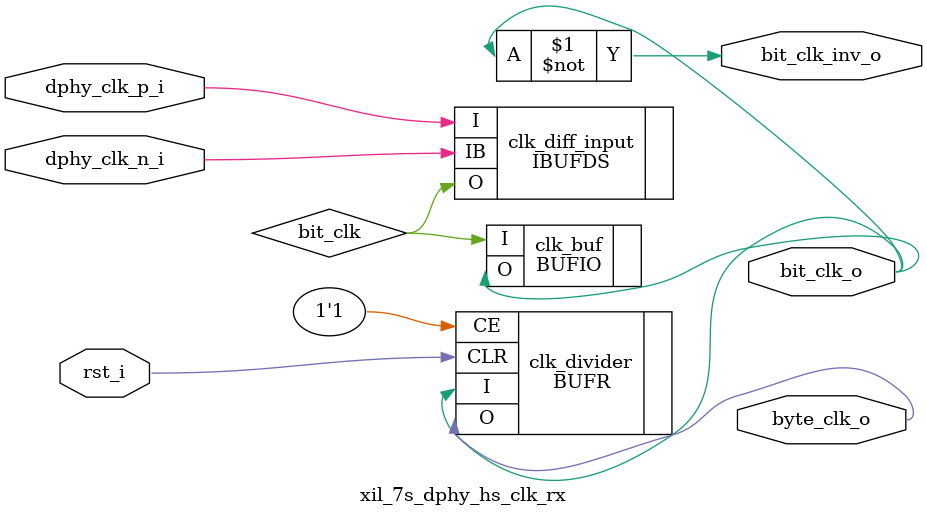
<source format=sv>
module xil_7s_dphy_hs_clk_rx 
(
  input        dphy_clk_p_i,
  input        dphy_clk_n_i,
  input        rst_i,
  output logic bit_clk_o,
  output logic bit_clk_inv_o,
  output logic byte_clk_o
);

logic bit_clk;

// Convert input differnetial D-PHY clock to single-ended bit clock.
IBUFDS #(
  .DIFF_TERM    ( 1            ),
  .IBUF_LOW_PWR ( 0            ),
  .IOSTANDARD   ( "DEFAULT"    )
) clk_diff_input (
  .O            ( bit_clk      ),
  .I            ( dphy_clk_p_i ),
  .IB           ( dphy_clk_n_i )
);

// Passes our single-ended bit clock to clock distribution network.
BUFIO clk_buf (
  .O ( bit_clk_o ),
  .I ( bit_clk   )
);

// Create another clock divided by 4, which is byte clock
BUFR #(
  .BUFR_DIVIDE ( "4"        ),
  .SIM_DEVICE  ( "7SERIES"  )
) clk_divider (
  .O           ( byte_clk_o ),
  .CE          ( 1'b1       ),
  .CLR         ( rst_i      ),
  .I           ( bit_clk_o  )
);

// Is needed by ISERDESE2 in data lane PHY
assign bit_clk_inv_o = ~bit_clk_o;

endmodule

</source>
